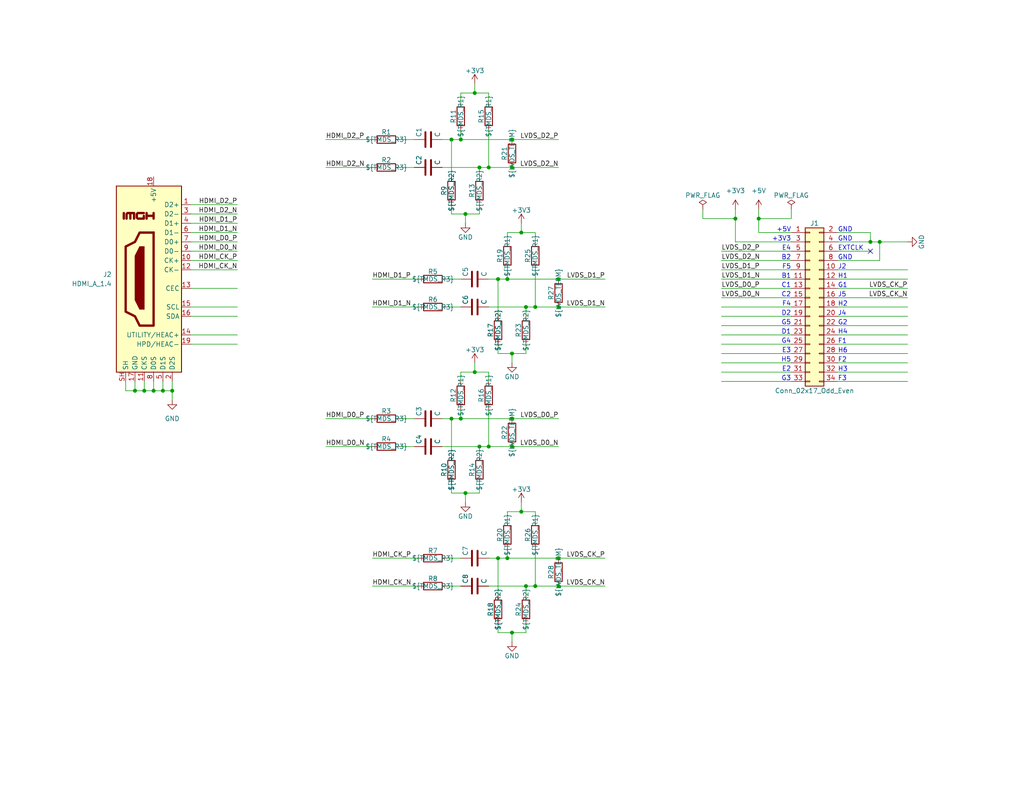
<source format=kicad_sch>
(kicad_sch (version 20211123) (generator eeschema)
  (paper "USLetter")
  (title_block (title "HDMI Adapter for Lattice ICE40HX8K-B-EVN") (date "2022-04-19") (rev "1.0") (company "© 2022 Sam Hanes, licensed under CERN-OHL-P v2") (comment 1 "https://github.com/Elemecca/1240pi"))
  (lib_symbols
    (symbol "Connector:HDMI_A_1.4"
      (property "Reference" "J" (at -6.35 26.67 0))
      (property "Value" "HDMI_A_1.4" (at 10.16 26.67 0))
      (symbol "HDMI_A_1.4_0_0"
        (polyline (pts (xy 8.128 16.51) (xy 8.128 18.034)) (stroke (width 0.635)))
        (polyline (pts (xy 0 16.51) (xy 0 18.034) (xy 0 17.272) (xy 1.905 17.272) (xy 1.905 18.034) (xy 1.905 16.51)) (stroke (width 0.635)))
        (polyline (pts (xy 2.667 18.034) (xy 4.318 18.034) (xy 4.572 17.78) (xy 4.572 16.764) (xy 4.318 16.51) (xy 2.667 16.51) (xy 2.667 17.272)) (stroke (width 0.635)))
      )
      (symbol "HDMI_A_1.4_0_1"
        (rectangle (start -7.62 25.4) (end 10.16 -25.4) (stroke (width 0.254)) (fill (type background)))
        (polyline (pts (xy 2.54 8.89) (xy 3.81 8.89) (xy 5.08 6.35) (xy 5.08 -5.715) (xy 3.81 -8.255) (xy 2.54 -8.255) (xy 2.54 8.89)) (fill (type outline)))
        (polyline (pts (xy 5.334 16.51) (xy 5.334 18.034) (xy 6.35 18.034) (xy 6.35 16.51) (xy 6.35 18.034) (xy 7.112 18.034) (xy 7.366 17.78) (xy 7.366 16.51)) (stroke (width 0.635)))
        (polyline (pts (xy 0 12.7) (xy 0 -12.7) (xy 3.81 -12.7) (xy 5.08 -10.16) (xy 7.62 -8.89) (xy 7.62 8.89) (xy 5.08 10.16) (xy 3.81 12.7) (xy 0 12.7)) (stroke (width 0.635)))
      )
      (symbol "HDMI_A_1.4_1_1"
        (pin passive line (at -10.16 20.32 0) (length 2.54) (name "D2+") (number "1"))
        (pin passive line (at -10.16 5.08 0) (length 2.54) (name "CK+") (number "10"))
        (pin power_in line (at 2.54 -27.94 90) (length 2.54) (name "CKS") (number "11"))
        (pin passive line (at -10.16 2.54 0) (length 2.54) (name "CK-") (number "12"))
        (pin bidirectional line (at -10.16 -2.54 0) (length 2.54) (name "CEC") (number "13"))
        (pin passive line (at -10.16 -15.24 0) (length 2.54) (name "UTILITY/HEAC+") (number "14"))
        (pin passive line (at -10.16 -7.62 0) (length 2.54) (name "SCL") (number "15"))
        (pin bidirectional line (at -10.16 -10.16 0) (length 2.54) (name "SDA") (number "16"))
        (pin power_in line (at 5.08 -27.94 90) (length 2.54) (name "GND") (number "17"))
        (pin power_in line (at 0 27.94 270) (length 2.54) (name "+5V") (number "18"))
        (pin passive line (at -10.16 -17.78 0) (length 2.54) (name "HPD/HEAC-") (number "19"))
        (pin power_in line (at -5.08 -27.94 90) (length 2.54) (name "D2S") (number "2"))
        (pin passive line (at -10.16 17.78 0) (length 2.54) (name "D2-") (number "3"))
        (pin passive line (at -10.16 15.24 0) (length 2.54) (name "D1+") (number "4"))
        (pin power_in line (at -2.54 -27.94 90) (length 2.54) (name "D1S") (number "5"))
        (pin passive line (at -10.16 12.7 0) (length 2.54) (name "D1-") (number "6"))
        (pin passive line (at -10.16 10.16 0) (length 2.54) (name "D0+") (number "7"))
        (pin power_in line (at 0 -27.94 90) (length 2.54) (name "D0S") (number "8"))
        (pin passive line (at -10.16 7.62 0) (length 2.54) (name "D0-") (number "9"))
        (pin passive line (at 7.62 -27.94 90) (length 2.54) (name "SH") (number "SH"))
      )
    )
    (symbol "Connector_Generic:Conn_02x17_Odd_Even" (pin_names (offset 1.016) hide)
      (property "Reference" "J" (at 1.27 22.86 0))
      (property "Value" "Conn_02x17_Odd_Even" (at 1.27 -22.86 0))
      (symbol "Conn_02x17_Odd_Even_1_1"
        (rectangle (start -1.27 -20.193) (end 0 -20.447) (stroke (width 0.1524)))
        (rectangle (start -1.27 -17.653) (end 0 -17.907) (stroke (width 0.1524)))
        (rectangle (start -1.27 -15.113) (end 0 -15.367) (stroke (width 0.1524)))
        (rectangle (start -1.27 -12.573) (end 0 -12.827) (stroke (width 0.1524)))
        (rectangle (start -1.27 -10.033) (end 0 -10.287) (stroke (width 0.1524)))
        (rectangle (start -1.27 -7.493) (end 0 -7.747) (stroke (width 0.1524)))
        (rectangle (start -1.27 -4.953) (end 0 -5.207) (stroke (width 0.1524)))
        (rectangle (start -1.27 -2.413) (end 0 -2.667) (stroke (width 0.1524)))
        (rectangle (start -1.27 0.127) (end 0 -0.127) (stroke (width 0.1524)))
        (rectangle (start -1.27 2.667) (end 0 2.413) (stroke (width 0.1524)))
        (rectangle (start -1.27 5.207) (end 0 4.953) (stroke (width 0.1524)))
        (rectangle (start -1.27 7.747) (end 0 7.493) (stroke (width 0.1524)))
        (rectangle (start -1.27 10.287) (end 0 10.033) (stroke (width 0.1524)))
        (rectangle (start -1.27 12.827) (end 0 12.573) (stroke (width 0.1524)))
        (rectangle (start -1.27 15.367) (end 0 15.113) (stroke (width 0.1524)))
        (rectangle (start -1.27 17.907) (end 0 17.653) (stroke (width 0.1524)))
        (rectangle (start -1.27 20.447) (end 0 20.193) (stroke (width 0.1524)))
        (rectangle (start -1.27 21.59) (end 3.81 -21.59) (stroke (width 0.254)) (fill (type background)))
        (rectangle (start 3.81 -20.193) (end 2.54 -20.447) (stroke (width 0.1524)))
        (rectangle (start 3.81 -17.653) (end 2.54 -17.907) (stroke (width 0.1524)))
        (rectangle (start 3.81 -15.113) (end 2.54 -15.367) (stroke (width 0.1524)))
        (rectangle (start 3.81 -12.573) (end 2.54 -12.827) (stroke (width 0.1524)))
        (rectangle (start 3.81 -10.033) (end 2.54 -10.287) (stroke (width 0.1524)))
        (rectangle (start 3.81 -7.493) (end 2.54 -7.747) (stroke (width 0.1524)))
        (rectangle (start 3.81 -4.953) (end 2.54 -5.207) (stroke (width 0.1524)))
        (rectangle (start 3.81 -2.413) (end 2.54 -2.667) (stroke (width 0.1524)))
        (rectangle (start 3.81 0.127) (end 2.54 -0.127) (stroke (width 0.1524)))
        (rectangle (start 3.81 2.667) (end 2.54 2.413) (stroke (width 0.1524)))
        (rectangle (start 3.81 5.207) (end 2.54 4.953) (stroke (width 0.1524)))
        (rectangle (start 3.81 7.747) (end 2.54 7.493) (stroke (width 0.1524)))
        (rectangle (start 3.81 10.287) (end 2.54 10.033) (stroke (width 0.1524)))
        (rectangle (start 3.81 12.827) (end 2.54 12.573) (stroke (width 0.1524)))
        (rectangle (start 3.81 15.367) (end 2.54 15.113) (stroke (width 0.1524)))
        (rectangle (start 3.81 17.907) (end 2.54 17.653) (stroke (width 0.1524)))
        (rectangle (start 3.81 20.447) (end 2.54 20.193) (stroke (width 0.1524)))
        (pin passive line (at -5.08 20.32 0) (length 3.81) (name "Pin_1") (number "1"))
        (pin passive line (at 7.62 10.16 180) (length 3.81) (name "Pin_10") (number "10"))
        (pin passive line (at -5.08 7.62 0) (length 3.81) (name "Pin_11") (number "11"))
        (pin passive line (at 7.62 7.62 180) (length 3.81) (name "Pin_12") (number "12"))
        (pin passive line (at -5.08 5.08 0) (length 3.81) (name "Pin_13") (number "13"))
        (pin passive line (at 7.62 5.08 180) (length 3.81) (name "Pin_14") (number "14"))
        (pin passive line (at -5.08 2.54 0) (length 3.81) (name "Pin_15") (number "15"))
        (pin passive line (at 7.62 2.54 180) (length 3.81) (name "Pin_16") (number "16"))
        (pin passive line (at -5.08 0 0) (length 3.81) (name "Pin_17") (number "17"))
        (pin passive line (at 7.62 0 180) (length 3.81) (name "Pin_18") (number "18"))
        (pin passive line (at -5.08 -2.54 0) (length 3.81) (name "Pin_19") (number "19"))
        (pin passive line (at 7.62 20.32 180) (length 3.81) (name "Pin_2") (number "2"))
        (pin passive line (at 7.62 -2.54 180) (length 3.81) (name "Pin_20") (number "20"))
        (pin passive line (at -5.08 -5.08 0) (length 3.81) (name "Pin_21") (number "21"))
        (pin passive line (at 7.62 -5.08 180) (length 3.81) (name "Pin_22") (number "22"))
        (pin passive line (at -5.08 -7.62 0) (length 3.81) (name "Pin_23") (number "23"))
        (pin passive line (at 7.62 -7.62 180) (length 3.81) (name "Pin_24") (number "24"))
        (pin passive line (at -5.08 -10.16 0) (length 3.81) (name "Pin_25") (number "25"))
        (pin passive line (at 7.62 -10.16 180) (length 3.81) (name "Pin_26") (number "26"))
        (pin passive line (at -5.08 -12.7 0) (length 3.81) (name "Pin_27") (number "27"))
        (pin passive line (at 7.62 -12.7 180) (length 3.81) (name "Pin_28") (number "28"))
        (pin passive line (at -5.08 -15.24 0) (length 3.81) (name "Pin_29") (number "29"))
        (pin passive line (at -5.08 17.78 0) (length 3.81) (name "Pin_3") (number "3"))
        (pin passive line (at 7.62 -15.24 180) (length 3.81) (name "Pin_30") (number "30"))
        (pin passive line (at -5.08 -17.78 0) (length 3.81) (name "Pin_31") (number "31"))
        (pin passive line (at 7.62 -17.78 180) (length 3.81) (name "Pin_32") (number "32"))
        (pin passive line (at -5.08 -20.32 0) (length 3.81) (name "Pin_33") (number "33"))
        (pin passive line (at 7.62 -20.32 180) (length 3.81) (name "Pin_34") (number "34"))
        (pin passive line (at 7.62 17.78 180) (length 3.81) (name "Pin_4") (number "4"))
        (pin passive line (at -5.08 15.24 0) (length 3.81) (name "Pin_5") (number "5"))
        (pin passive line (at 7.62 15.24 180) (length 3.81) (name "Pin_6") (number "6"))
        (pin passive line (at -5.08 12.7 0) (length 3.81) (name "Pin_7") (number "7"))
        (pin passive line (at 7.62 12.7 180) (length 3.81) (name "Pin_8") (number "8"))
        (pin passive line (at -5.08 10.16 0) (length 3.81) (name "Pin_9") (number "9"))
      )
    )
    (symbol "Device:C" (pin_numbers hide) (pin_names (offset 0.254))
      (property "Reference" "C" (at 0.635 2.54 0))
      (property "Value" "C" (at 0.635 -2.54 0))
      (symbol "C_0_1"
        (polyline (pts (xy -2.032 -0.762) (xy 2.032 -0.762)) (stroke (width 0.508)))
        (polyline (pts (xy -2.032 0.762) (xy 2.032 0.762)) (stroke (width 0.508)))
      )
      (symbol "C_1_1"
        (pin passive line (at 0 3.81 270) (length 2.794) (name "~") (number "1"))
        (pin passive line (at 0 -3.81 90) (length 2.794) (name "~") (number "2"))
      )
    )
    (symbol "Device:R" (pin_numbers hide) (pin_names (offset 0))
      (property "Reference" "R" (at 2.032 0 90))
      (property "Value" "R" (at 0 0 90))
      (symbol "R_0_1"
        (rectangle (start -1.016 -2.54) (end 1.016 2.54) (stroke (width 0.254)))
      )
      (symbol "R_1_1"
        (pin passive line (at 0 3.81 270) (length 1.27) (name "~") (number "1"))
        (pin passive line (at 0 -3.81 90) (length 1.27) (name "~") (number "2"))
      )
    )
    (symbol "power:+3V3" (power) (pin_names (offset 0))
      (property "Value" "+3V3" (at 0 3.556 0))
      (symbol "+3V3_0_1"
        (polyline (pts (xy -0.762 1.27) (xy 0 2.54)))
        (polyline (pts (xy 0 0) (xy 0 2.54)))
        (polyline (pts (xy 0 2.54) (xy 0.762 1.27)))
      )
      (symbol "+3V3_1_1"
        (pin power_in line (at 0 0 90) (length 0) hide (name "+3V3") (number "1"))
      )
    )
    (symbol "power:+5V" (power) (pin_names (offset 0))
      (property "Value" "+5V" (at 0 3.556 0))
      (symbol "+5V_0_1"
        (polyline (pts (xy -0.762 1.27) (xy 0 2.54)))
        (polyline (pts (xy 0 0) (xy 0 2.54)))
        (polyline (pts (xy 0 2.54) (xy 0.762 1.27)))
      )
      (symbol "+5V_1_1"
        (pin power_in line (at 0 0 90) (length 0) hide (name "+5V") (number "1"))
      )
    )
    (symbol "power:GND" (power) (pin_names (offset 0))
      (property "Value" "GND" (at 0 -3.81 0))
      (symbol "GND_0_1"
        (polyline (pts (xy 0 0) (xy 0 -1.27) (xy 1.27 -1.27) (xy 0 -2.54) (xy -1.27 -1.27) (xy 0 -1.27)))
      )
      (symbol "GND_1_1"
        (pin power_in line (at 0 0 270) (length 0) hide (name "GND") (number "1"))
      )
    )
    (symbol "power:PWR_FLAG" (power) (pin_numbers hide) (pin_names (offset 0) hide)
      (property "Value" "PWR_FLAG" (at 0 3.81 0))
      (symbol "PWR_FLAG_0_0"
        (pin power_out line (at 0 0 90) (length 0) (name "pwr") (number "1"))
      )
      (symbol "PWR_FLAG_0_1"
        (polyline (pts (xy 0 0) (xy 0 1.27) (xy -1.016 1.905) (xy 0 2.54) (xy 1.016 1.905) (xy 0 1.27)))
      )
    )
  )
  (junction (at 152.4 83.82))
  (junction (at 152.4 152.4))
  (junction (at 142.24 63.5))
  (junction (at 135.89 152.4))
  (junction (at 143.51 160.02))
  (junction (at 139.7 121.92))
  (junction (at 123.19 38.1))
  (junction (at 129.54 25.4))
  (junction (at 129.54 101.6))
  (junction (at 130.81 45.72))
  (junction (at 130.81 121.92))
  (junction (at 125.73 38.1))
  (junction (at 127 134.62))
  (junction (at 138.43 76.2))
  (junction (at 139.7 38.1))
  (junction (at 135.89 76.2))
  (junction (at 146.05 160.02))
  (junction (at 139.7 172.72))
  (junction (at 152.4 76.2))
  (junction (at 123.19 114.3))
  (junction (at 139.7 96.52))
  (junction (at 139.7 114.3))
  (junction (at 207.01 59.69))
  (junction (at 133.35 45.72))
  (junction (at 127 58.42))
  (junction (at 237.49 66.04))
  (junction (at 138.43 152.4))
  (junction (at 152.4 160.02))
  (junction (at 44.45 106.68))
  (junction (at 36.83 106.68))
  (junction (at 139.7 45.72))
  (junction (at 39.37 106.68))
  (junction (at 133.35 121.92))
  (junction (at 146.05 83.82))
  (junction (at 200.66 59.69))
  (junction (at 240.03 66.04))
  (junction (at 143.51 83.82))
  (junction (at 46.99 106.68))
  (junction (at 41.91 106.68))
  (junction (at 142.24 139.7))
  (junction (at 125.73 114.3))
  (no_connect (at 237.49 68.58))
  (wire (pts (xy 135.89 152.4) (xy 135.89 162.56)))
  (wire (pts (xy 139.7 121.92) (xy 152.4 121.92)))
  (wire (pts (xy 191.77 59.69) (xy 200.66 59.69)))
  (wire (pts (xy 44.45 106.68) (xy 41.91 106.68)))
  (wire (pts (xy 101.6 76.2) (xy 114.3 76.2)))
  (wire (pts (xy 125.73 27.94) (xy 125.73 25.4)))
  (wire (pts (xy 138.43 142.24) (xy 138.43 139.7)))
  (wire (pts (xy 196.85 101.6) (xy 215.9 101.6)))
  (wire (pts (xy 123.19 55.88) (xy 123.19 58.42)))
  (wire (pts (xy 152.4 83.82) (xy 165.1 83.82)))
  (wire (pts (xy 101.6 83.82) (xy 114.3 83.82)))
  (wire (pts (xy 133.35 121.92) (xy 139.7 121.92)))
  (wire (pts (xy 138.43 149.86) (xy 138.43 152.4)))
  (wire (pts (xy 146.05 149.86) (xy 146.05 160.02)))
  (wire (pts (xy 52.07 78.74) (xy 64.77 78.74)))
  (wire (pts (xy 130.81 45.72) (xy 133.35 45.72)))
  (wire (pts (xy 121.92 76.2) (xy 125.73 76.2)))
  (wire (pts (xy 88.9 45.72) (xy 101.6 45.72)))
  (wire (pts (xy 130.81 58.42) (xy 130.81 55.88)))
  (wire (pts (xy 123.19 38.1) (xy 125.73 38.1)))
  (wire (pts (xy 196.85 86.36) (xy 215.9 86.36)))
  (wire (pts (xy 39.37 104.14) (xy 39.37 106.68)))
  (wire (pts (xy 228.6 81.28) (xy 247.65 81.28)))
  (wire (pts (xy 196.85 81.28) (xy 215.9 81.28)))
  (wire (pts (xy 196.85 104.14) (xy 215.9 104.14)))
  (wire (pts (xy 228.6 63.5) (xy 237.49 63.5)))
  (wire (pts (xy 207.01 59.69) (xy 207.01 57.15)))
  (wire (pts (xy 146.05 73.66) (xy 146.05 83.82)))
  (wire (pts (xy 138.43 63.5) (xy 142.24 63.5)))
  (wire (pts (xy 129.54 22.86) (xy 129.54 25.4)))
  (wire (pts (xy 196.85 71.12) (xy 215.9 71.12)))
  (wire (pts (xy 152.4 152.4) (xy 165.1 152.4)))
  (wire (pts (xy 146.05 63.5) (xy 146.05 66.04)))
  (wire (pts (xy 139.7 38.1) (xy 152.4 38.1)))
  (wire (pts (xy 52.07 83.82) (xy 64.77 83.82)))
  (wire (pts (xy 143.51 172.72) (xy 143.51 170.18)))
  (wire (pts (xy 52.07 68.58) (xy 64.77 68.58)))
  (wire (pts (xy 146.05 160.02) (xy 152.4 160.02)))
  (wire (pts (xy 143.51 160.02) (xy 143.51 162.56)))
  (wire (pts (xy 135.89 96.52) (xy 139.7 96.52)))
  (wire (pts (xy 240.03 66.04) (xy 247.65 66.04)))
  (wire (pts (xy 52.07 63.5) (xy 64.77 63.5)))
  (wire (pts (xy 133.35 101.6) (xy 133.35 104.14)))
  (wire (pts (xy 127 58.42) (xy 130.81 58.42)))
  (wire (pts (xy 130.81 45.72) (xy 130.81 48.26)))
  (wire (pts (xy 127 134.62) (xy 127 137.16)))
  (wire (pts (xy 121.92 83.82) (xy 125.73 83.82)))
  (wire (pts (xy 143.51 83.82) (xy 143.51 86.36)))
  (wire (pts (xy 143.51 83.82) (xy 146.05 83.82)))
  (wire (pts (xy 139.7 114.3) (xy 152.4 114.3)))
  (wire (pts (xy 228.6 99.06) (xy 247.65 99.06)))
  (wire (pts (xy 123.19 132.08) (xy 123.19 134.62)))
  (wire (pts (xy 52.07 86.36) (xy 64.77 86.36)))
  (wire (pts (xy 130.81 121.92) (xy 130.81 124.46)))
  (wire (pts (xy 125.73 38.1) (xy 139.7 38.1)))
  (wire (pts (xy 135.89 152.4) (xy 138.43 152.4)))
  (wire (pts (xy 240.03 71.12) (xy 240.03 66.04)))
  (wire (pts (xy 133.35 35.56) (xy 133.35 45.72)))
  (wire (pts (xy 52.07 66.04) (xy 64.77 66.04)))
  (wire (pts (xy 109.22 121.92) (xy 113.03 121.92)))
  (wire (pts (xy 34.29 106.68) (xy 34.29 104.14)))
  (wire (pts (xy 52.07 55.88) (xy 64.77 55.88)))
  (wire (pts (xy 123.19 114.3) (xy 125.73 114.3)))
  (wire (pts (xy 215.9 59.69) (xy 207.01 59.69)))
  (wire (pts (xy 142.24 139.7) (xy 146.05 139.7)))
  (wire (pts (xy 109.22 38.1) (xy 113.03 38.1)))
  (wire (pts (xy 207.01 63.5) (xy 207.01 59.69)))
  (wire (pts (xy 130.81 134.62) (xy 130.81 132.08)))
  (wire (pts (xy 143.51 160.02) (xy 146.05 160.02)))
  (wire (pts (xy 120.65 114.3) (xy 123.19 114.3)))
  (wire (pts (xy 52.07 73.66) (xy 64.77 73.66)))
  (wire (pts (xy 133.35 152.4) (xy 135.89 152.4)))
  (wire (pts (xy 133.35 83.82) (xy 143.51 83.82)))
  (wire (pts (xy 142.24 60.96) (xy 142.24 63.5)))
  (wire (pts (xy 123.19 38.1) (xy 123.19 48.26)))
  (wire (pts (xy 36.83 104.14) (xy 36.83 106.68)))
  (wire (pts (xy 138.43 73.66) (xy 138.43 76.2)))
  (wire (pts (xy 146.05 83.82) (xy 152.4 83.82)))
  (wire (pts (xy 135.89 76.2) (xy 135.89 86.36)))
  (wire (pts (xy 139.7 96.52) (xy 143.51 96.52)))
  (wire (pts (xy 196.85 78.74) (xy 215.9 78.74)))
  (wire (pts (xy 228.6 73.66) (xy 247.65 73.66)))
  (wire (pts (xy 228.6 76.2) (xy 247.65 76.2)))
  (wire (pts (xy 133.35 111.76) (xy 133.35 121.92)))
  (wire (pts (xy 129.54 101.6) (xy 133.35 101.6)))
  (wire (pts (xy 88.9 38.1) (xy 101.6 38.1)))
  (wire (pts (xy 123.19 58.42) (xy 127 58.42)))
  (wire (pts (xy 121.92 160.02) (xy 125.73 160.02)))
  (wire (pts (xy 52.07 71.12) (xy 64.77 71.12)))
  (wire (pts (xy 200.66 59.69) (xy 200.66 66.04)))
  (wire (pts (xy 121.92 152.4) (xy 125.73 152.4)))
  (wire (pts (xy 125.73 101.6) (xy 129.54 101.6)))
  (wire (pts (xy 228.6 66.04) (xy 237.49 66.04)))
  (wire (pts (xy 139.7 172.72) (xy 139.7 175.26)))
  (wire (pts (xy 123.19 134.62) (xy 127 134.62)))
  (wire (pts (xy 138.43 139.7) (xy 142.24 139.7)))
  (wire (pts (xy 138.43 66.04) (xy 138.43 63.5)))
  (wire (pts (xy 101.6 160.02) (xy 114.3 160.02)))
  (wire (pts (xy 228.6 96.52) (xy 247.65 96.52)))
  (wire (pts (xy 133.35 160.02) (xy 143.51 160.02)))
  (wire (pts (xy 142.24 63.5) (xy 146.05 63.5)))
  (wire (pts (xy 123.19 114.3) (xy 123.19 124.46)))
  (wire (pts (xy 125.73 104.14) (xy 125.73 101.6)))
  (wire (pts (xy 138.43 76.2) (xy 152.4 76.2)))
  (wire (pts (xy 215.9 57.15) (xy 215.9 59.69)))
  (wire (pts (xy 101.6 152.4) (xy 114.3 152.4)))
  (wire (pts (xy 200.66 66.04) (xy 215.9 66.04)))
  (wire (pts (xy 196.85 91.44) (xy 215.9 91.44)))
  (wire (pts (xy 228.6 101.6) (xy 247.65 101.6)))
  (wire (pts (xy 152.4 160.02) (xy 165.1 160.02)))
  (wire (pts (xy 41.91 106.68) (xy 39.37 106.68)))
  (wire (pts (xy 228.6 93.98) (xy 247.65 93.98)))
  (wire (pts (xy 237.49 63.5) (xy 237.49 66.04)))
  (wire (pts (xy 125.73 111.76) (xy 125.73 114.3)))
  (wire (pts (xy 139.7 96.52) (xy 139.7 99.06)))
  (wire (pts (xy 139.7 172.72) (xy 143.51 172.72)))
  (wire (pts (xy 135.89 93.98) (xy 135.89 96.52)))
  (wire (pts (xy 228.6 104.14) (xy 247.65 104.14)))
  (wire (pts (xy 39.37 106.68) (xy 36.83 106.68)))
  (wire (pts (xy 125.73 25.4) (xy 129.54 25.4)))
  (wire (pts (xy 133.35 45.72) (xy 139.7 45.72)))
  (wire (pts (xy 196.85 83.82) (xy 215.9 83.82)))
  (wire (pts (xy 88.9 114.3) (xy 101.6 114.3)))
  (wire (pts (xy 88.9 121.92) (xy 101.6 121.92)))
  (wire (pts (xy 196.85 88.9) (xy 215.9 88.9)))
  (wire (pts (xy 109.22 114.3) (xy 113.03 114.3)))
  (wire (pts (xy 120.65 38.1) (xy 123.19 38.1)))
  (wire (pts (xy 142.24 137.16) (xy 142.24 139.7)))
  (wire (pts (xy 228.6 88.9) (xy 247.65 88.9)))
  (wire (pts (xy 46.99 104.14) (xy 46.99 106.68)))
  (wire (pts (xy 200.66 57.15) (xy 200.66 59.69)))
  (wire (pts (xy 228.6 78.74) (xy 247.65 78.74)))
  (wire (pts (xy 46.99 106.68) (xy 46.99 109.22)))
  (wire (pts (xy 52.07 93.98) (xy 64.77 93.98)))
  (wire (pts (xy 196.85 93.98) (xy 215.9 93.98)))
  (wire (pts (xy 41.91 104.14) (xy 41.91 106.68)))
  (wire (pts (xy 109.22 45.72) (xy 113.03 45.72)))
  (wire (pts (xy 46.99 106.68) (xy 44.45 106.68)))
  (wire (pts (xy 52.07 91.44) (xy 64.77 91.44)))
  (wire (pts (xy 44.45 104.14) (xy 44.45 106.68)))
  (wire (pts (xy 120.65 121.92) (xy 130.81 121.92)))
  (wire (pts (xy 133.35 25.4) (xy 133.35 27.94)))
  (wire (pts (xy 127 58.42) (xy 127 60.96)))
  (wire (pts (xy 129.54 25.4) (xy 133.35 25.4)))
  (wire (pts (xy 135.89 76.2) (xy 138.43 76.2)))
  (wire (pts (xy 228.6 91.44) (xy 247.65 91.44)))
  (wire (pts (xy 228.6 71.12) (xy 240.03 71.12)))
  (wire (pts (xy 196.85 73.66) (xy 215.9 73.66)))
  (wire (pts (xy 135.89 172.72) (xy 139.7 172.72)))
  (wire (pts (xy 138.43 152.4) (xy 152.4 152.4)))
  (wire (pts (xy 146.05 139.7) (xy 146.05 142.24)))
  (wire (pts (xy 196.85 76.2) (xy 215.9 76.2)))
  (wire (pts (xy 52.07 60.96) (xy 64.77 60.96)))
  (wire (pts (xy 127 134.62) (xy 130.81 134.62)))
  (wire (pts (xy 129.54 99.06) (xy 129.54 101.6)))
  (wire (pts (xy 133.35 76.2) (xy 135.89 76.2)))
  (wire (pts (xy 143.51 96.52) (xy 143.51 93.98)))
  (wire (pts (xy 36.83 106.68) (xy 34.29 106.68)))
  (wire (pts (xy 196.85 99.06) (xy 215.9 99.06)))
  (wire (pts (xy 130.81 121.92) (xy 133.35 121.92)))
  (wire (pts (xy 228.6 83.82) (xy 247.65 83.82)))
  (wire (pts (xy 152.4 76.2) (xy 165.1 76.2)))
  (wire (pts (xy 228.6 86.36) (xy 247.65 86.36)))
  (wire (pts (xy 125.73 114.3) (xy 139.7 114.3)))
  (wire (pts (xy 196.85 96.52) (xy 215.9 96.52)))
  (wire (pts (xy 52.07 58.42) (xy 64.77 58.42)))
  (wire (pts (xy 237.49 66.04) (xy 240.03 66.04)))
  (wire (pts (xy 196.85 68.58) (xy 215.9 68.58)))
  (wire (pts (xy 125.73 35.56) (xy 125.73 38.1)))
  (wire (pts (xy 228.6 68.58) (xy 237.49 68.58)))
  (wire (pts (xy 120.65 45.72) (xy 130.81 45.72)))
  (wire (pts (xy 215.9 63.5) (xy 207.01 63.5)))
  (wire (pts (xy 135.89 170.18) (xy 135.89 172.72)))
  (wire (pts (xy 191.77 57.15) (xy 191.77 59.69)))
  (wire (pts (xy 139.7 45.72) (xy 152.4 45.72)))
  (text "B2" (at 215.8712 71.1073 180) (effects (font (size 1.27 1.27)) (justify right bottom)))
  (text "G2" (at 228.5936 88.8965 0) (effects (font (size 1.27 1.27)) (justify left bottom)))
  (text "GND" (at 228.5936 66.0135 0) (effects (font (size 1.27 1.27)) (justify left bottom)))
  (text "+3V3" (at 215.8712 66.0146 180) (effects (font (size 1.27 1.27)) (justify right bottom)))
  (text "J2" (at 228.5936 73.6525 0) (effects (font (size 1.27 1.27)) (justify left bottom)))
  (text "EXTCLK" (at 228.5936 68.5598 0) (effects (font (size 1.27 1.27)) (justify left bottom)))
  (text "H4" (at 228.5936 91.4089 0) (effects (font (size 1.27 1.27)) (justify left bottom)))
  (text "C1" (at 215.8712 78.6954 180) (effects (font (size 1.27 1.27)) (justify right bottom)))
  (text "D2" (at 215.8712 86.3344 180) (effects (font (size 1.27 1.27)) (justify right bottom)))
  (text "C2" (at 215.8712 81.2417 180) (effects (font (size 1.27 1.27)) (justify right bottom)))
  (text "E2" (at 215.8712 101.5807 180) (effects (font (size 1.27 1.27)) (justify right bottom)))
  (text "H6" (at 228.6 96.5264 0) (effects (font (size 1.27 1.27)) (justify left bottom)))
  (text "F5" (at 215.8712 73.6536 180) (effects (font (size 1.27 1.27)) (justify right bottom)))
  (text "E3" (at 215.8712 96.488 180) (effects (font (size 1.27 1.27)) (justify right bottom)))
  (text "H3" (at 228.6 101.619 0) (effects (font (size 1.27 1.27)) (justify left bottom)))
  (text "H5" (at 215.8712 99.0344 180) (effects (font (size 1.27 1.27)) (justify right bottom)))
  (text "F3" (at 228.6 104.1314 0) (effects (font (size 1.27 1.27)) (justify left bottom)))
  (text "H1" (at 228.5936 76.1988 0) (effects (font (size 1.27 1.27)) (justify left bottom)))
  (text "G5" (at 215.8712 88.8807 180) (effects (font (size 1.27 1.27)) (justify right bottom)))
  (text "G3" (at 215.8712 104.127 180) (effects (font (size 1.27 1.27)) (justify right bottom)))
  (text "G1" (at 228.5936 78.7112 0) (effects (font (size 1.27 1.27)) (justify left bottom)))
  (text "F4" (at 215.8712 83.788 180) (effects (font (size 1.27 1.27)) (justify right bottom)))
  (text "E4" (at 215.8712 68.5609 180) (effects (font (size 1.27 1.27)) (justify right bottom)))
  (text "H2" (at 228.5936 83.8039 0) (effects (font (size 1.27 1.27)) (justify left bottom)))
  (text "F2" (at 228.6 99.0727 0) (effects (font (size 1.27 1.27)) (justify left bottom)))
  (text "+5V" (at 215.9 63.5 180) (effects (font (size 1.27 1.27)) (justify right bottom)))
  (text "J5" (at 228.5936 81.2575 0) (effects (font (size 1.27 1.27)) (justify left bottom)))
  (text "GND" (at 228.6 63.5 0) (effects (font (size 1.27 1.27)) (justify left bottom)))
  (text "D1" (at 215.8712 91.427 180) (effects (font (size 1.27 1.27)) (justify right bottom)))
  (text "B1" (at 215.9 76.2 180) (effects (font (size 1.27 1.27)) (justify right bottom)))
  (text "J4" (at 228.5936 86.3502 0) (effects (font (size 1.27 1.27)) (justify left bottom)))
  (text "G4" (at 215.8712 93.9417 180) (effects (font (size 1.27 1.27)) (justify right bottom)))
  (text "GND" (at 228.5936 71.1061 0) (effects (font (size 1.27 1.27)) (justify left bottom)))
  (text "F1" (at 228.6 93.98 0) (effects (font (size 1.27 1.27)) (justify left bottom)))
  (label "HDMI_CK_P" (at 64.77 71.12 180))
  (label "LVDS_D0_P" (at 196.85 78.74 0))
  (label "LVDS_D2_P" (at 152.4 38.1 180))
  (label "HDMI_D2_P" (at 88.9 38.1 0))
  (label "HDMI_CK_N" (at 101.6 160.02 0))
  (label "LVDS_D2_N" (at 196.85 71.12 0))
  (label "HDMI_D1_N" (at 64.77 63.5 180))
  (label "HDMI_D0_N" (at 88.9 121.92 0))
  (label "LVDS_D2_P" (at 196.85 68.58 0))
  (label "LVDS_D0_P" (at 152.4 114.3 180))
  (label "LVDS_CK_N" (at 247.65 81.28 180))
  (label "HDMI_D2_N" (at 64.77 58.42 180))
  (label "LVDS_CK_N" (at 165.1 160.02 180))
  (label "HDMI_D0_P" (at 88.9 114.3 0))
  (label "LVDS_D2_N" (at 152.4 45.72 180))
  (label "HDMI_D0_N" (at 64.77 68.58 180))
  (label "HDMI_CK_N" (at 64.77 73.66 180))
  (label "LVDS_CK_P" (at 247.65 78.74 180))
  (label "HDMI_D0_P" (at 64.77 66.04 180))
  (label "HDMI_D1_P" (at 64.77 60.96 180))
  (label "LVDS_D1_P" (at 196.85 73.66 0))
  (label "HDMI_D2_N" (at 88.9 45.72 0))
  (label "HDMI_D2_P" (at 64.77 55.88 180))
  (label "HDMI_CK_P" (at 101.6 152.4 0))
  (label "LVDS_D0_N" (at 152.4 121.92 180))
  (label "LVDS_D0_N" (at 196.85 81.28 0))
  (label "HDMI_D1_N" (at 101.6 83.82 0))
  (label "LVDS_D1_N" (at 165.1 83.82 180))
  (label "LVDS_CK_P" (at 165.1 152.4 180))
  (label "HDMI_D1_P" (at 101.6 76.2 0))
  (label "LVDS_D1_P" (at 165.1 76.2 180))
  (label "LVDS_D1_N" (at 196.85 76.2 0))
  (symbol (lib_id "power:+3V3") (at 129.54 22.86 0) (unit 1)
    (property "Reference" "#PWR0106" (effects hide))
    (property "Value" "+3V3" (at 129.54 19.304 0))
  )
  (symbol (lib_id "Device:R") (at 135.89 166.37 180) (unit 1)
    (property "Reference" "R18" (at 133.858 166.37 90))
    (property "Value" "${TMDS_R2}" (at 135.89 166.37 90))
    (property "Footprint" "Resistor_SMD:R_0402_1005Metric" (effects hide))
  )
  (symbol (lib_id "Device:R") (at 118.11 83.82 90) (unit 1)
    (property "Reference" "R6" (at 118.11 81.788 90))
    (property "Value" "${TMDS_R3}" (at 118.11 83.82 90))
    (property "Footprint" "Resistor_SMD:R_0402_1005Metric" (effects hide))
  )
  (symbol (lib_id "Device:R") (at 143.51 166.37 180) (unit 1)
    (property "Reference" "R24" (at 141.478 166.37 90))
    (property "Value" "${TMDS_R2}" (at 143.51 166.37 90))
    (property "Footprint" "Resistor_SMD:R_0402_1005Metric" (effects hide))
  )
  (symbol (lib_id "Device:R") (at 139.7 118.11 180) (unit 1)
    (property "Reference" "R22" (at 137.668 118.11 90))
    (property "Value" "${LVDS_TERM}" (at 139.7 118.11 90))
    (property "Footprint" "Resistor_SMD:R_0402_1005Metric" (effects hide))
  )
  (symbol (lib_id "Device:R") (at 135.89 90.17 180) (unit 1)
    (property "Reference" "R17" (at 133.858 90.17 90))
    (property "Value" "${TMDS_R2}" (at 135.89 90.17 90))
    (property "Footprint" "Resistor_SMD:R_0402_1005Metric" (effects hide))
  )
  (symbol (lib_id "Device:R") (at 146.05 146.05 180) (unit 1)
    (property "Reference" "R26" (at 144.018 146.05 90))
    (property "Value" "${TMDS_R1}" (at 146.05 146.05 90))
    (property "Footprint" "Resistor_SMD:R_0402_1005Metric" (effects hide))
  )
  (symbol (lib_id "power:GND") (at 139.7 175.26 0) (unit 1)
    (property "Reference" "#PWR0110" (effects hide))
    (property "Value" "GND" (at 139.7 179.07 0))
  )
  (symbol (lib_id "Device:C") (at 129.54 76.2 90) (unit 1)
    (property "Reference" "C5" (at 127 75.565 0) (effects (justify left)))
    (property "Value" "C" (at 132.08 75.565 0) (effects (justify left)))
    (property "Footprint" "Capacitor_SMD:C_0402_1005Metric" (effects hide))
  )
  (symbol (lib_id "power:PWR_FLAG") (at 215.9 57.15 0) (unit 1)
    (property "Reference" "#FLG0102" (effects hide))
    (property "Value" "PWR_FLAG" (at 215.9 53.34 0))
  )
  (symbol (lib_id "Device:R") (at 152.4 80.01 180) (unit 1)
    (property "Reference" "R27" (at 150.368 80.01 90))
    (property "Value" "${LVDS_TERM}" (at 152.4 80.01 90))
    (property "Footprint" "Resistor_SMD:R_0402_1005Metric" (effects hide))
  )
  (symbol (lib_id "Device:R") (at 105.41 45.72 90) (unit 1)
    (property "Reference" "R2" (at 105.41 43.688 90))
    (property "Value" "${TMDS_R3}" (at 105.41 45.72 90))
    (property "Footprint" "Resistor_SMD:R_0402_1005Metric" (effects hide))
  )
  (symbol (lib_id "power:+5V") (at 207.01 57.15 0) (unit 1)
    (property "Reference" "#PWR0103" (effects hide))
    (property "Value" "+5V" (at 207.01 52.07 0))
  )
  (symbol (lib_id "power:+3V3") (at 129.54 99.06 0) (unit 1)
    (property "Reference" "#PWR0109" (effects hide))
    (property "Value" "+3V3" (at 129.54 95.504 0))
  )
  (symbol (lib_id "Device:R") (at 130.81 52.07 180) (unit 1)
    (property "Reference" "R13" (at 128.778 52.07 90))
    (property "Value" "${TMDS_R2}" (at 130.81 52.07 90))
    (property "Footprint" "Resistor_SMD:R_0402_1005Metric" (effects hide))
  )
  (symbol (lib_id "Device:R") (at 143.51 90.17 180) (unit 1)
    (property "Reference" "R23" (at 141.478 90.17 90))
    (property "Value" "${TMDS_R2}" (at 143.51 90.17 90))
    (property "Footprint" "Resistor_SMD:R_0402_1005Metric" (effects hide))
  )
  (symbol (lib_id "Device:C") (at 129.54 83.82 90) (unit 1)
    (property "Reference" "C6" (at 127 83.185 0) (effects (justify left)))
    (property "Value" "C" (at 132.08 83.185 0) (effects (justify left)))
    (property "Footprint" "Capacitor_SMD:C_0402_1005Metric" (effects hide))
  )
  (symbol (lib_id "Device:R") (at 139.7 41.91 180) (unit 1)
    (property "Reference" "R21" (at 137.668 41.91 90))
    (property "Value" "${LVDS_TERM}" (at 139.7 41.91 90))
    (property "Footprint" "Resistor_SMD:R_0402_1005Metric" (effects hide))
  )
  (symbol (lib_id "Device:R") (at 138.43 146.05 180) (unit 1)
    (property "Reference" "R20" (at 136.398 146.05 90))
    (property "Value" "${TMDS_R1}" (at 138.43 146.05 90))
    (property "Footprint" "Resistor_SMD:R_0402_1005Metric" (effects hide))
  )
  (symbol (lib_id "power:GND") (at 46.99 109.22 0) (unit 1)
    (property "Reference" "#PWR0101" (effects hide))
    (property "Value" "GND" (at 46.99 114.3 0))
  )
  (symbol (lib_id "Device:C") (at 129.54 152.4 90) (unit 1)
    (property "Reference" "C7" (at 127 151.765 0) (effects (justify left)))
    (property "Value" "C" (at 132.08 151.765 0) (effects (justify left)))
    (property "Footprint" "Capacitor_SMD:C_0402_1005Metric" (effects hide))
  )
  (symbol (lib_id "Connector:HDMI_A_1.4") (at 41.91 76.2 0) (mirror y) (unit 1)
    (property "Reference" "J2" (at 30.48 74.9299 0) (effects (justify left)))
    (property "Value" "HDMI_A_1.4" (at 30.48 77.4699 0) (effects (justify left)))
    (property "Footprint" "0Local:CNC_2000-1-2-41-00-BK" (effects hide))
    (property "Datasheet" "https://en.wikipedia.org/wiki/HDMI" (effects hide))
  )
  (symbol (lib_id "Device:R") (at 123.19 128.27 180) (unit 1)
    (property "Reference" "R10" (at 121.158 128.27 90))
    (property "Value" "${TMDS_R2}" (at 123.19 128.27 90))
    (property "Footprint" "Resistor_SMD:R_0402_1005Metric" (effects hide))
  )
  (symbol (lib_id "Device:C") (at 129.54 160.02 90) (unit 1)
    (property "Reference" "C8" (at 127 159.385 0) (effects (justify left)))
    (property "Value" "C" (at 132.08 159.385 0) (effects (justify left)))
    (property "Footprint" "Capacitor_SMD:C_0402_1005Metric" (effects hide))
  )
  (symbol (lib_id "Device:R") (at 105.41 38.1 90) (unit 1)
    (property "Reference" "R1" (at 105.41 36.068 90))
    (property "Value" "${TMDS_R3}" (at 105.41 38.1 90))
    (property "Footprint" "Resistor_SMD:R_0402_1005Metric" (effects hide))
  )
  (symbol (lib_id "Device:R") (at 105.41 121.92 90) (unit 1)
    (property "Reference" "R4" (at 105.41 119.888 90))
    (property "Value" "${TMDS_R3}" (at 105.41 121.92 90))
    (property "Footprint" "Resistor_SMD:R_0402_1005Metric" (effects hide))
  )
  (symbol (lib_id "Device:R") (at 118.11 152.4 90) (unit 1)
    (property "Reference" "R7" (at 118.11 150.368 90))
    (property "Value" "${TMDS_R3}" (at 118.11 152.4 90))
    (property "Footprint" "Resistor_SMD:R_0402_1005Metric" (effects hide))
  )
  (symbol (lib_id "power:+3V3") (at 142.24 60.96 0) (unit 1)
    (property "Reference" "#PWR0107" (effects hide))
    (property "Value" "+3V3" (at 142.24 57.404 0))
  )
  (symbol (lib_id "power:+3V3") (at 200.66 57.15 0) (unit 1)
    (property "Reference" "#PWR0102" (effects hide))
    (property "Value" "+3V3" (at 200.66 52.07 0))
  )
  (symbol (lib_id "power:GND") (at 247.65 66.04 90) (unit 1)
    (property "Reference" "#PWR0104" (effects hide))
    (property "Value" "GND" (at 251.46 66.04 0))
  )
  (symbol (lib_id "Device:R") (at 152.4 156.21 180) (unit 1)
    (property "Reference" "R28" (at 150.368 156.21 90))
    (property "Value" "${LVDS_TERM}" (at 152.4 156.21 90))
    (property "Footprint" "Resistor_SMD:R_0402_1005Metric" (effects hide))
  )
  (symbol (lib_id "Connector_Generic:Conn_02x17_Odd_Even") (at 220.98 83.82 0) (unit 1)
    (property "Reference" "J1" (at 222.25 60.96 0))
    (property "Value" "Conn_02x17_Odd_Even" (at 222.25 106.68 0))
    (property "Footprint" "Connector_PinSocket_2.54mm:PinSocket_2x17_P2.54mm_Horizontal" (effects hide))
  )
  (symbol (lib_id "Device:R") (at 130.81 128.27 180) (unit 1)
    (property "Reference" "R14" (at 128.778 128.27 90))
    (property "Value" "${TMDS_R2}" (at 130.81 128.27 90))
    (property "Footprint" "Resistor_SMD:R_0402_1005Metric" (effects hide))
  )
  (symbol (lib_id "Device:R") (at 118.11 76.2 90) (unit 1)
    (property "Reference" "R5" (at 118.11 74.168 90))
    (property "Value" "${TMDS_R3}" (at 118.11 76.2 90))
    (property "Footprint" "Resistor_SMD:R_0402_1005Metric" (effects hide))
  )
  (symbol (lib_id "Device:C") (at 116.84 114.3 90) (unit 1)
    (property "Reference" "C3" (at 114.3 113.665 0) (effects (justify left)))
    (property "Value" "C" (at 119.38 113.665 0) (effects (justify left)))
    (property "Footprint" "Capacitor_SMD:C_0402_1005Metric" (effects hide))
  )
  (symbol (lib_id "Device:R") (at 105.41 114.3 90) (unit 1)
    (property "Reference" "R3" (at 105.41 112.268 90))
    (property "Value" "${TMDS_R3}" (at 105.41 114.3 90))
    (property "Footprint" "Resistor_SMD:R_0402_1005Metric" (effects hide))
  )
  (symbol (lib_id "Device:R") (at 123.19 52.07 180) (unit 1)
    (property "Reference" "R9" (at 121.158 52.07 90))
    (property "Value" "${TMDS_R2}" (at 123.19 52.07 90))
    (property "Footprint" "Resistor_SMD:R_0402_1005Metric" (effects hide))
  )
  (symbol (lib_id "Device:C") (at 116.84 121.92 90) (unit 1)
    (property "Reference" "C4" (at 114.3 121.285 0) (effects (justify left)))
    (property "Value" "C" (at 119.38 121.285 0) (effects (justify left)))
    (property "Footprint" "Capacitor_SMD:C_0402_1005Metric" (effects hide))
  )
  (symbol (lib_id "Device:C") (at 116.84 45.72 90) (unit 1)
    (property "Reference" "C2" (at 114.3 45.085 0) (effects (justify left)))
    (property "Value" "C" (at 119.38 45.085 0) (effects (justify left)))
    (property "Footprint" "Capacitor_SMD:C_0402_1005Metric" (effects hide))
  )
  (symbol (lib_id "power:+3V3") (at 142.24 137.16 0) (unit 1)
    (property "Reference" "#PWR0111" (effects hide))
    (property "Value" "+3V3" (at 142.24 133.604 0))
  )
  (symbol (lib_id "power:GND") (at 127 60.96 0) (unit 1)
    (property "Reference" "#PWR0108" (effects hide))
    (property "Value" "GND" (at 127 64.77 0))
  )
  (symbol (lib_id "Device:R") (at 146.05 69.85 180) (unit 1)
    (property "Reference" "R25" (at 144.018 69.85 90))
    (property "Value" "${TMDS_R1}" (at 146.05 69.85 90))
    (property "Footprint" "Resistor_SMD:R_0402_1005Metric" (effects hide))
  )
  (symbol (lib_id "power:GND") (at 139.7 99.06 0) (unit 1)
    (property "Reference" "#PWR0105" (effects hide))
    (property "Value" "GND" (at 139.7 102.87 0))
  )
  (symbol (lib_id "power:GND") (at 127 137.16 0) (unit 1)
    (property "Reference" "#PWR0112" (effects hide))
    (property "Value" "GND" (at 127 140.97 0))
  )
  (symbol (lib_id "Device:R") (at 133.35 31.75 180) (unit 1)
    (property "Reference" "R15" (at 131.318 31.75 90))
    (property "Value" "${TMDS_R1}" (at 133.35 31.75 90))
    (property "Footprint" "Resistor_SMD:R_0402_1005Metric" (effects hide))
  )
  (symbol (lib_id "power:PWR_FLAG") (at 191.77 57.15 0) (unit 1)
    (property "Reference" "#FLG0101" (effects hide))
    (property "Value" "PWR_FLAG" (at 191.77 53.34 0))
  )
  (symbol (lib_id "Device:C") (at 116.84 38.1 90) (unit 1)
    (property "Reference" "C1" (at 114.3 37.465 0) (effects (justify left)))
    (property "Value" "C" (at 119.38 37.465 0) (effects (justify left)))
    (property "Footprint" "Capacitor_SMD:C_0402_1005Metric" (effects hide))
  )
  (symbol (lib_id "Device:R") (at 118.11 160.02 90) (unit 1)
    (property "Reference" "R8" (at 118.11 157.988 90))
    (property "Value" "${TMDS_R3}" (at 118.11 160.02 90))
    (property "Footprint" "Resistor_SMD:R_0402_1005Metric" (effects hide))
  )
  (symbol (lib_id "Device:R") (at 138.43 69.85 180) (unit 1)
    (property "Reference" "R19" (at 136.398 69.85 90))
    (property "Value" "${TMDS_R1}" (at 138.43 69.85 90))
    (property "Footprint" "Resistor_SMD:R_0402_1005Metric" (effects hide))
  )
  (symbol (lib_id "Device:R") (at 125.73 31.75 180) (unit 1)
    (property "Reference" "R11" (at 123.698 31.75 90))
    (property "Value" "${TMDS_R1}" (at 125.73 31.75 90))
    (property "Footprint" "Resistor_SMD:R_0402_1005Metric" (effects hide))
  )
  (symbol (lib_id "Device:R") (at 125.73 107.95 180) (unit 1)
    (property "Reference" "R12" (at 123.698 107.95 90))
    (property "Value" "${TMDS_R1}" (at 125.73 107.95 90))
    (property "Footprint" "Resistor_SMD:R_0402_1005Metric" (effects hide))
  )
  (symbol (lib_id "Device:R") (at 133.35 107.95 180) (unit 1)
    (property "Reference" "R16" (at 131.318 107.95 90))
    (property "Value" "${TMDS_R1}" (at 133.35 107.95 90))
    (property "Footprint" "Resistor_SMD:R_0402_1005Metric" (effects hide))
  )
)
</source>
